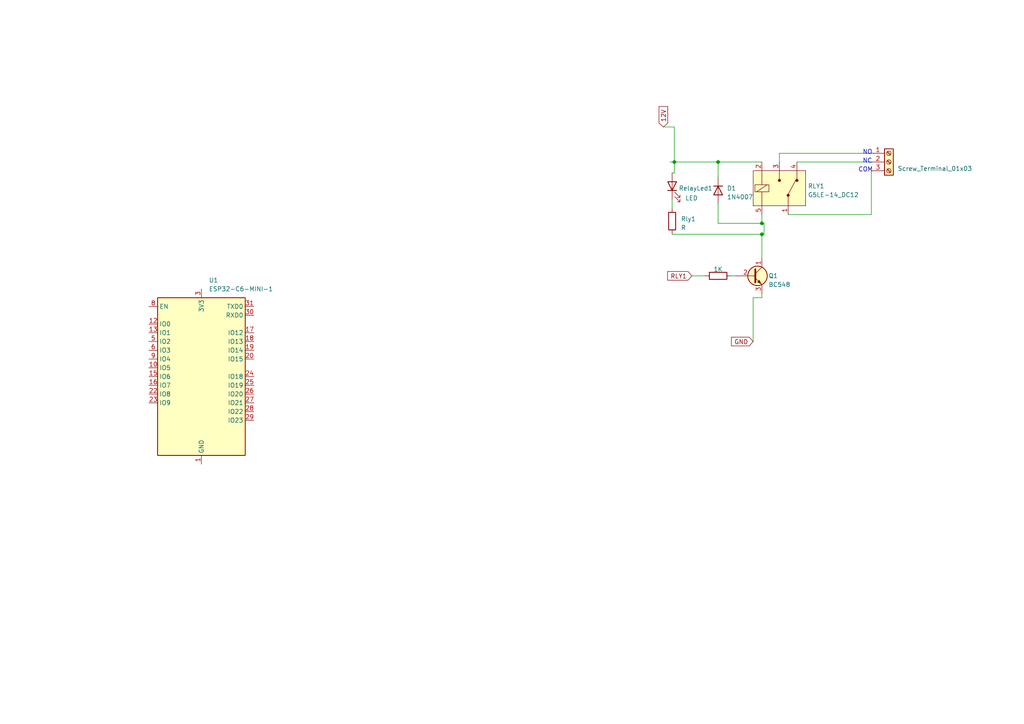
<source format=kicad_sch>
(kicad_sch (version 20250114) (generator "eeschema") (generator_version "9.0")
  (paper "A4")
  (lib_symbols
    (symbol "Connector:Screw_Terminal_01x03" (pin_names (offset 1.016) (hide yes))
      (property "Reference" "J" (at 0 5.08 0))
      (property "Value" "Screw_Terminal_01x03" (at 0 -5.08 0))
      (symbol "Screw_Terminal_01x03_1_1"
        (rectangle (start -1.27 3.81) (end 1.27 -3.81) (stroke (width 0.254)) (fill (type background)))
        (polyline (pts (xy -0.5334 2.8702) (xy 0.3302 2.032)) (stroke (width 0.1524)))
        (polyline (pts (xy -0.5334 0.3302) (xy 0.3302 -0.508)) (stroke (width 0.1524)))
        (polyline (pts (xy -0.5334 -2.2098) (xy 0.3302 -3.048)) (stroke (width 0.1524)))
        (polyline (pts (xy -0.3556 3.048) (xy 0.508 2.2098)) (stroke (width 0.1524)))
        (polyline (pts (xy -0.3556 0.508) (xy 0.508 -0.3302)) (stroke (width 0.1524)))
        (polyline (pts (xy -0.3556 -2.032) (xy 0.508 -2.8702)) (stroke (width 0.1524)))
        (circle (center 0 2.54) (radius 0.635) (stroke (width 0.1524)))
        (circle (center 0 0) (radius 0.635) (stroke (width 0.1524)))
        (circle (center 0 -2.54) (radius 0.635) (stroke (width 0.1524)))
        (pin passive line (at -5.08 2.54 0) (length 3.81) (name "Pin_1") (number "1"))
        (pin passive line (at -5.08 0 0) (length 3.81) (name "Pin_2") (number "2"))
        (pin passive line (at -5.08 -2.54 0) (length 3.81) (name "Pin_3") (number "3"))
      )
    )
    (symbol "Device:LED" (pin_numbers (hide yes)) (pin_names (offset 1.016) (hide yes))
      (property "Reference" "D" (at 0 2.54 0))
      (property "Value" "LED" (at 0 -2.54 0))
      (symbol "LED_0_1"
        (polyline (pts (xy -3.048 -0.762) (xy -4.572 -2.286) (xy -3.81 -2.286) (xy -4.572 -2.286) (xy -4.572 -1.524)))
        (polyline (pts (xy -1.778 -0.762) (xy -3.302 -2.286) (xy -2.54 -2.286) (xy -3.302 -2.286) (xy -3.302 -1.524)))
        (polyline (pts (xy -1.27 0) (xy 1.27 0)))
        (polyline (pts (xy -1.27 -1.27) (xy -1.27 1.27)) (stroke (width 0.254)))
        (polyline (pts (xy 1.27 -1.27) (xy 1.27 1.27) (xy -1.27 0) (xy 1.27 -1.27)) (stroke (width 0.254)))
      )
      (symbol "LED_1_1"
        (pin passive line (at -3.81 0 0) (length 2.54) (name "K") (number "1"))
        (pin passive line (at 3.81 0 180) (length 2.54) (name "A") (number "2"))
      )
    )
    (symbol "Device:R" (pin_numbers (hide yes)) (pin_names (offset 0))
      (property "Reference" "R" (at 2.032 0 90))
      (property "Value" "R" (at 0 0 90))
      (symbol "R_0_1"
        (rectangle (start -1.016 -2.54) (end 1.016 2.54) (stroke (width 0.254)))
      )
      (symbol "R_1_1"
        (pin passive line (at 0 3.81 270) (length 1.27) (name "~") (number "1"))
        (pin passive line (at 0 -3.81 90) (length 1.27) (name "~") (number "2"))
      )
    )
    (symbol "Diode:1N4007" (pin_numbers (hide yes)) (pin_names (hide yes))
      (property "Reference" "D" (at 0 2.54 0))
      (property "Value" "1N4007" (at 0 -2.54 0))
      (symbol "1N4007_0_1"
        (polyline (pts (xy -1.27 1.27) (xy -1.27 -1.27)) (stroke (width 0.254)))
        (polyline (pts (xy 1.27 1.27) (xy 1.27 -1.27) (xy -1.27 0) (xy 1.27 1.27)) (stroke (width 0.254)))
        (polyline (pts (xy 1.27 0) (xy -1.27 0)))
      )
      (symbol "1N4007_1_1"
        (pin passive line (at -3.81 0 0) (length 2.54) (name "K") (number "1"))
        (pin passive line (at 3.81 0 180) (length 2.54) (name "A") (number "2"))
      )
    )
    (symbol "PCM_Transistor_BJT_AKL:BC548" (pin_names (hide yes))
      (property "Reference" "Q" (at 5.08 1.27 0))
      (property "Value" "BC548" (at 5.08 -1.27 0))
      (symbol "BC548_0_1"
        (polyline (pts (xy 0.635 1.905) (xy 0.635 -1.905) (xy 0.635 -1.905)) (stroke (width 0.508)))
        (polyline (pts (xy 0.635 0.635) (xy 2.54 2.54)))
        (polyline (pts (xy 0.635 -0.635) (xy 2.54 -2.54) (xy 2.54 -2.54)))
        (circle (center 1.27 0) (radius 2.8194) (stroke (width 0.254)) (fill (type background)))
        (polyline (pts (xy 1.27 -1.778) (xy 1.778 -1.27) (xy 2.286 -2.286) (xy 1.27 -1.778) (xy 1.27 -1.778)) (fill (type outline)))
      )
      (symbol "BC548_1_1"
        (pin input line (at -5.08 0 0) (length 5.715) (name "B") (number "2"))
        (pin passive line (at 2.54 5.08 270) (length 2.54) (name "C") (number "1"))
        (pin passive line (at 2.54 -5.08 90) (length 2.54) (name "E") (number "3"))
      )
    )
    (symbol "RF_Module:ESP32-C6-MINI-1"
      (property "Reference" "U" (at -11.43 24.13 0))
      (property "Value" "ESP32-C6-MINI-1" (at 12.7 24.13 0))
      (symbol "ESP32-C6-MINI-1_0_1"
        (rectangle (start -12.7 22.86) (end 12.7 -22.86) (stroke (width 0.254)) (fill (type background)))
      )
      (symbol "ESP32-C6-MINI-1_1_1"
        (pin input line (at -15.24 20.32 0) (length 2.54) (name "EN") (number "8"))
        (pin bidirectional line (at -15.24 15.24 0) (length 2.54) (name "IO0") (number "12"))
        (pin bidirectional line (at -15.24 12.7 0) (length 2.54) (name "IO1") (number "13"))
        (pin bidirectional line (at -15.24 10.16 0) (length 2.54) (name "IO2") (number "5"))
        (pin bidirectional line (at -15.24 7.62 0) (length 2.54) (name "IO3") (number "6"))
        (pin bidirectional line (at -15.24 5.08 0) (length 2.54) (name "IO4") (number "9"))
        (pin bidirectional line (at -15.24 2.54 0) (length 2.54) (name "IO5") (number "10"))
        (pin bidirectional line (at -15.24 0 0) (length 2.54) (name "IO6") (number "15"))
        (pin bidirectional line (at -15.24 -2.54 0) (length 2.54) (name "IO7") (number "16"))
        (pin bidirectional line (at -15.24 -5.08 0) (length 2.54) (name "IO8") (number "22"))
        (pin bidirectional line (at -15.24 -7.62 0) (length 2.54) (name "IO9") (number "23"))
        (pin no_connect line (at -12.7 -12.7 0) (length 2.54) (hide yes) (name "NC") (number "32"))
        (pin no_connect line (at -12.7 -15.24 0) (length 2.54) (hide yes) (name "NC") (number "33"))
        (pin no_connect line (at -12.7 -17.78 0) (length 2.54) (hide yes) (name "NC") (number "34"))
        (pin no_connect line (at -12.7 -20.32 0) (length 2.54) (hide yes) (name "NC") (number "35"))
        (pin power_in line (at 0 25.4 270) (length 2.54) (name "3V3") (number "3"))
        (pin power_in line (at 0 -25.4 90) (length 2.54) (name "GND") (number "1"))
        (pin passive line (at 0 -25.4 90) (length 2.54) (hide yes) (name "GND") (number "11"))
        (pin passive line (at 0 -25.4 90) (length 2.54) (hide yes) (name "GND") (number "14"))
        (pin passive line (at 0 -25.4 90) (length 2.54) (hide yes) (name "GND") (number "2"))
        (pin passive line (at 0 -25.4 90) (length 2.54) (hide yes) (name "GND") (number "36"))
        (pin passive line (at 0 -25.4 90) (length 2.54) (hide yes) (name "GND") (number "37"))
        (pin passive line (at 0 -25.4 90) (length 2.54) (hide yes) (name "GND") (number "38"))
        (pin passive line (at 0 -25.4 90) (length 2.54) (hide yes) (name "GND") (number "39"))
        (pin passive line (at 0 -25.4 90) (length 2.54) (hide yes) (name "GND") (number "40"))
        (pin passive line (at 0 -25.4 90) (length 2.54) (hide yes) (name "GND") (number "41"))
        (pin passive line (at 0 -25.4 90) (length 2.54) (hide yes) (name "GND") (number "42"))
        (pin passive line (at 0 -25.4 90) (length 2.54) (hide yes) (name "GND") (number "43"))
        (pin passive line (at 0 -25.4 90) (length 2.54) (hide yes) (name "GND") (number "44"))
        (pin passive line (at 0 -25.4 90) (length 2.54) (hide yes) (name "GND") (number "45"))
        (pin passive line (at 0 -25.4 90) (length 2.54) (hide yes) (name "GND") (number "46"))
        (pin passive line (at 0 -25.4 90) (length 2.54) (hide yes) (name "GND") (number "47"))
        (pin passive line (at 0 -25.4 90) (length 2.54) (hide yes) (name "GND") (number "48"))
        (pin passive line (at 0 -25.4 90) (length 2.54) (hide yes) (name "GND") (number "49"))
        (pin passive line (at 0 -25.4 90) (length 2.54) (hide yes) (name "GND") (number "50"))
        (pin passive line (at 0 -25.4 90) (length 2.54) (hide yes) (name "GND") (number "51"))
        (pin passive line (at 0 -25.4 90) (length 2.54) (hide yes) (name "GND") (number "52"))
        (pin passive line (at 0 -25.4 90) (length 2.54) (hide yes) (name "GND") (number "53"))
        (pin no_connect line (at 12.7 -15.24 180) (length 2.54) (hide yes) (name "NC") (number "4"))
        (pin no_connect line (at 12.7 -17.78 180) (length 2.54) (hide yes) (name "NC") (number "7"))
        (pin no_connect line (at 12.7 -20.32 180) (length 2.54) (hide yes) (name "NC") (number "21"))
        (pin bidirectional line (at 15.24 20.32 180) (length 2.54) (name "TXD0") (number "31"))
        (pin bidirectional line (at 15.24 17.78 180) (length 2.54) (name "RXD0") (number "30"))
        (pin bidirectional line (at 15.24 12.7 180) (length 2.54) (name "IO12") (number "17"))
        (pin bidirectional line (at 15.24 10.16 180) (length 2.54) (name "IO13") (number "18"))
        (pin bidirectional line (at 15.24 7.62 180) (length 2.54) (name "IO14") (number "19"))
        (pin bidirectional line (at 15.24 5.08 180) (length 2.54) (name "IO15") (number "20"))
        (pin bidirectional line (at 15.24 0 180) (length 2.54) (name "IO18") (number "24"))
        (pin bidirectional line (at 15.24 -2.54 180) (length 2.54) (name "IO19") (number "25"))
        (pin bidirectional line (at 15.24 -5.08 180) (length 2.54) (name "IO20") (number "26"))
        (pin bidirectional line (at 15.24 -7.62 180) (length 2.54) (name "IO21") (number "27"))
        (pin bidirectional line (at 15.24 -10.16 180) (length 2.54) (name "IO22") (number "28"))
        (pin bidirectional line (at 15.24 -12.7 180) (length 2.54) (name "IO23") (number "29"))
      )
    )
    (symbol "dk_Power-Relays-Over-2-Amps:G5LE-14_DC12" (pin_names (offset 0) (hide yes))
      (property "Reference" "RLY" (at -8.636 6.858 0))
      (property "Value" "G5LE-14_DC12" (at -8.89 5.08 90))
      (symbol "G5LE-14_DC12_0_1"
        (rectangle (start -7.62 5.08) (end 7.62 -5.08) (fill (type background)))
        (rectangle (start -7.112 1.016) (end -3.048 -1.016))
        (polyline (pts (xy -6.604 -1.016) (xy -3.556 1.016)))
        (polyline (pts (xy -5.08 5.08) (xy -5.08 1.016)))
        (polyline (pts (xy -5.08 -5.08) (xy -5.08 -1.016)))
        (polyline (pts (xy 0 5.08) (xy 0 2.54)))
        (circle (center 0 2.286) (radius 0.3556) (fill (type outline)))
        (polyline (pts (xy 2.54 -1.778) (xy 4.826 2.54)))
        (circle (center 2.54 -2.032) (radius 0.3556) (fill (type outline)))
        (polyline (pts (xy 2.54 -5.08) (xy 2.54 -2.286)))
        (polyline (pts (xy 5.08 5.08) (xy 5.08 2.54)))
        (circle (center 5.08 2.286) (radius 0.3556) (fill (type outline)))
      )
      (symbol "G5LE-14_DC12_1_1"
        (pin passive line (at -5.08 7.62 270) (length 2.54) (name "COIL") (number "2"))
        (pin passive line (at -5.08 -7.62 90) (length 2.54) (name "COIL") (number "5"))
        (pin passive line (at 0 7.62 270) (length 2.54) (name "NO") (number "3"))
        (pin passive line (at 2.54 -7.62 90) (length 2.54) (name "COM") (number "1"))
        (pin passive line (at 5.08 7.62 270) (length 2.54) (name "NC") (number "4"))
      )
    )
  )
  (text "NC" (at 250.19 47.498 0) (effects (font (size 1.27 1.27)) (justify left bottom)))
  (text "NO" (at 250.19 44.958 0) (effects (font (size 1.27 1.27)) (justify left bottom)))
  (text "COM" (at 248.92 50.038 0) (effects (font (size 1.27 1.27)) (justify left bottom)))
  (junction (at 208.28 46.99))
  (junction (at 195.58 46.99))
  (junction (at 220.98 67.945))
  (junction (at 220.98 64.77))
  (wire (pts (xy 226.06 44.45) (xy 252.73 44.45)))
  (wire (pts (xy 194.31 46.99) (xy 195.58 46.99)))
  (wire (pts (xy 226.06 46.99) (xy 226.06 44.45)))
  (wire (pts (xy 213.36 80.01) (xy 212.09 80.01)))
  (wire (pts (xy 208.28 59.055) (xy 208.28 64.77)))
  (wire (pts (xy 208.28 64.77) (xy 220.98 64.77)))
  (wire (pts (xy 220.98 64.77) (xy 220.98 62.23)))
  (wire (pts (xy 208.28 46.99) (xy 220.98 46.99)))
  (wire (pts (xy 220.98 67.945) (xy 221.615 67.945)))
  (wire (pts (xy 204.47 80.01) (xy 200.66 80.01)))
  (wire (pts (xy 220.98 67.945) (xy 220.98 74.93)))
  (wire (pts (xy 220.98 64.77) (xy 221.615 64.77)))
  (wire (pts (xy 220.98 86.36) (xy 218.44 86.36)))
  (wire (pts (xy 192.405 36.83) (xy 195.58 36.83)))
  (wire (pts (xy 195.58 46.99) (xy 195.58 50.165)))
  (wire (pts (xy 252.73 62.23) (xy 228.6 62.23)))
  (wire (pts (xy 252.73 49.53) (xy 252.73 62.23)))
  (wire (pts (xy 194.945 67.945) (xy 220.98 67.945)))
  (wire (pts (xy 195.58 50.165) (xy 194.945 50.165)))
  (wire (pts (xy 218.44 86.36) (xy 218.44 99.06)))
  (wire (pts (xy 194.945 57.785) (xy 194.945 60.325)))
  (wire (pts (xy 220.98 85.09) (xy 220.98 86.36)))
  (wire (pts (xy 195.58 46.99) (xy 208.28 46.99)))
  (wire (pts (xy 221.615 64.77) (xy 221.615 67.945)))
  (wire (pts (xy 231.14 46.99) (xy 252.73 46.99)))
  (wire (pts (xy 208.28 51.435) (xy 208.28 46.99)))
  (wire (pts (xy 195.58 36.83) (xy 195.58 46.99)))
  (global_label "GND" (shape input) (at 218.44 99.06 180) (property "Intersheetrefs" "${INTERSHEET_REFS}" (at 211.6637 99.06 0) (effects (justify right))))
  (global_label "12V" (shape input) (at 192.405 36.83 90) (property "Intersheetrefs" "${INTERSHEET_REFS}" (at 192.405 30.4166 90) (effects (justify left))))
  (global_label "RLY1" (shape input) (at 200.66 80.01 180) (property "Intersheetrefs" "${INTERSHEET_REFS}" (at 193.0786 80.01 0) (effects (justify right))))
  (symbol (lib_id "RF_Module:ESP32-C6-MINI-1") (at 58.42 109.22 0) (unit 1)
    (property "Reference" "U1" (at 60.5633 81.28 0) (effects (justify left)))
    (property "Value" "ESP32-C6-MINI-1" (at 60.5633 83.82 0) (effects (justify left)))
    (property "Footprint" "RF_Module:ESP32-C6-MINI-1" (effects (hide yes)))
    (property "Datasheet" "https://www.espressif.com/sites/default/files/documentation/esp32-c6-mini-1_mini-1u_datasheet_en.pdf" (effects (hide yes)))
    (property "Description" "RF Module, ESP32-C6 SoC, Wi-Fi 802.11b/g/n/ax, Bluetooth, BLE, Zigbee, Thread, 32-bit, 3.3V, SMD, onboard antenna" (effects (hide yes)))
  )
  (symbol (lib_id "Device:LED") (at 194.945 53.975 90) (unit 1)
    (property "Reference" "RelayLed1" (at 196.85 54.61 90) (effects (justify right)))
    (property "Value" "LED" (at 198.755 57.4675 90) (effects (justify right)))
    (property "Footprint" "LED_SMD:LED_1206_3216Metric_Pad1.42x1.75mm_HandSolder" (effects (hide yes)))
  )
  (symbol (lib_id "dk_Power-Relays-Over-2-Amps:G5LE-14_DC12") (at 226.06 54.61 0) (unit 1)
    (property "Reference" "RLY1" (at 234.315 53.975 0) (effects (justify left)))
    (property "Value" "G5LE-14_DC12" (at 234.315 56.515 0) (effects (justify left)))
    (property "Footprint" "digikey-footprints:Relay_THT_G5LE-14" (effects (hide yes)))
    (property "Datasheet" "https://omronfs.omron.com/en_US/ecb/products/pdf/en-g5le.pdf" (effects (hide yes)))
    (property "Description" "RELAY GEN PURPOSE SPDT 10A 12V" (effects (hide yes)))
    (property "Digi-Key_PN" "Z1012-ND" (effects (hide yes)))
    (property "MPN" "G5LE-14 DC12" (effects (hide yes)))
    (property "Category" "Relays" (effects (hide yes)))
    (property "Family" "Power Relays, Over 2 Amps" (effects (hide yes)))
    (property "DK_Datasheet_Link" "https://omronfs.omron.com/en_US/ecb/products/pdf/en-g5le.pdf" (effects (hide yes)))
    (property "DK_Detail_Page" "/product-detail/en/omron-electronics-inc-emc-div/G5LE-14-DC12/Z1012-ND/280369" (effects (hide yes)))
    (property "Manufacturer" "Omron Electronics Inc-EMC Div" (effects (hide yes)))
    (property "Status" "Active" (effects (hide yes)))
  )
  (symbol (lib_id "Diode:1N4007") (at 208.28 55.245 270) (unit 1)
    (property "Reference" "D1" (at 210.82 54.61 90) (effects (justify left)))
    (property "Value" "1N4007" (at 210.82 57.15 90) (effects (justify left)))
    (property "Footprint" "Diode_THT:D_DO-41_SOD81_P10.16mm_Horizontal" (effects (hide yes)))
    (property "Datasheet" "http://www.vishay.com/docs/88503/1n4001.pdf" (effects (hide yes)))
    (property "Sim.Device" "D" (effects (hide yes)))
    (property "Sim.Pins" "1=K 2=A" (effects (hide yes)))
  )
  (symbol (lib_id "Device:R") (at 194.945 64.135 0) (unit 1)
    (property "Reference" "Rly1" (at 197.485 63.5 0) (effects (justify left)))
    (property "Value" "R" (at 197.485 66.04 0) (effects (justify left)))
    (property "Footprint" "Resistor_SMD:R_1206_3216Metric_Pad1.30x1.75mm_HandSolder" (effects (hide yes)))
  )
  (symbol (lib_id "PCM_Transistor_BJT_AKL:BC548") (at 218.44 80.01 0) (unit 1)
    (property "Reference" "Q1" (at 222.885 80.01 0) (effects (justify left)))
    (property "Value" "BC548" (at 222.885 82.55 0) (effects (justify left)))
    (property "Footprint" "Package_TO_SOT_THT:TO-92_Inline_Wide" (effects (hide yes)))
    (property "Datasheet" "https://www.tme.eu/Document/6c5d898a533a0762c2bc33eb26c283a8/BC546-550-DTE.pdf" (effects (hide yes)))
  )
  (symbol (lib_id "Connector:Screw_Terminal_01x03") (at 257.81 46.99 0) (unit 1)
    (property "Reference" "J2" (effects (hide yes)))
    (property "Value" "Screw_Terminal_01x03" (at 260.35 48.895 0) (effects (justify left)))
    (property "Footprint" "TerminalBlock_Phoenix:TerminalBlock_Phoenix_MKDS-1,5-3_1x03_P5.00mm_Horizontal" (effects (hide yes)))
  )
  (symbol (lib_id "Device:R") (at 208.28 80.01 90) (unit 1)
    (property "Reference" "R1" (effects (hide yes)))
    (property "Value" "1K" (at 208.28 78.105 90))
    (property "Footprint" "Resistor_SMD:R_0805_2012Metric_Pad1.20x1.40mm_HandSolder" (effects (hide yes)))
  )
)
</source>
